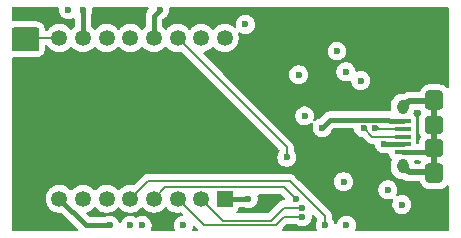
<source format=gbr>
%TF.GenerationSoftware,KiCad,Pcbnew,9.0.1*%
%TF.CreationDate,2025-05-26T16:43:25+02:00*%
%TF.ProjectId,Janus HW,4a616e75-7320-4485-972e-6b696361645f,rev?*%
%TF.SameCoordinates,Original*%
%TF.FileFunction,Copper,L4,Bot*%
%TF.FilePolarity,Positive*%
%FSLAX46Y46*%
G04 Gerber Fmt 4.6, Leading zero omitted, Abs format (unit mm)*
G04 Created by KiCad (PCBNEW 9.0.1) date 2025-05-26 16:43:25*
%MOMM*%
%LPD*%
G01*
G04 APERTURE LIST*
G04 Aperture macros list*
%AMRoundRect*
0 Rectangle with rounded corners*
0 $1 Rounding radius*
0 $2 $3 $4 $5 $6 $7 $8 $9 X,Y pos of 4 corners*
0 Add a 4 corners polygon primitive as box body*
4,1,4,$2,$3,$4,$5,$6,$7,$8,$9,$2,$3,0*
0 Add four circle primitives for the rounded corners*
1,1,$1+$1,$2,$3*
1,1,$1+$1,$4,$5*
1,1,$1+$1,$6,$7*
1,1,$1+$1,$8,$9*
0 Add four rect primitives between the rounded corners*
20,1,$1+$1,$2,$3,$4,$5,0*
20,1,$1+$1,$4,$5,$6,$7,0*
20,1,$1+$1,$6,$7,$8,$9,0*
20,1,$1+$1,$8,$9,$2,$3,0*%
G04 Aperture macros list end*
%TA.AperFunction,SMDPad,CuDef*%
%ADD10R,1.350000X1.350000*%
%TD*%
%TA.AperFunction,SMDPad,CuDef*%
%ADD11C,1.350000*%
%TD*%
%TA.AperFunction,SMDPad,CuDef*%
%ADD12RoundRect,0.100000X-0.575000X0.100000X-0.575000X-0.100000X0.575000X-0.100000X0.575000X0.100000X0*%
%TD*%
%TA.AperFunction,HeatsinkPad*%
%ADD13O,1.550000X0.890000*%
%TD*%
%TA.AperFunction,SMDPad,CuDef*%
%ADD14RoundRect,0.250000X-0.525000X0.475000X-0.525000X-0.475000X0.525000X-0.475000X0.525000X0.475000X0*%
%TD*%
%TA.AperFunction,HeatsinkPad*%
%ADD15O,0.950000X1.250000*%
%TD*%
%TA.AperFunction,SMDPad,CuDef*%
%ADD16RoundRect,0.250000X-0.525000X0.500000X-0.525000X-0.500000X0.525000X-0.500000X0.525000X0.500000X0*%
%TD*%
%TA.AperFunction,ViaPad*%
%ADD17C,0.600000*%
%TD*%
%TA.AperFunction,Conductor*%
%ADD18C,0.400000*%
%TD*%
%TA.AperFunction,Conductor*%
%ADD19C,0.200000*%
%TD*%
%TA.AperFunction,Conductor*%
%ADD20C,0.500000*%
%TD*%
G04 APERTURE END LIST*
D10*
%TO.P,U2,1,GND*%
%TO.N,GND*%
X184750000Y-72750000D03*
D11*
%TO.P,U2,2,MISO*%
%TO.N,SPI_MISO*%
X182750000Y-72750000D03*
%TO.P,U2,3,MOSI*%
%TO.N,SPI_MOSI*%
X180750000Y-72750000D03*
%TO.P,U2,4,SCK*%
%TO.N,SPI_SCK*%
X178750000Y-72750000D03*
%TO.P,U2,5,NSS*%
%TO.N,SPI_NSS*%
X176750000Y-72750000D03*
%TO.P,U2,6,RESET*%
%TO.N,unconnected-(U2-RESET-Pad6)*%
X174750000Y-72750000D03*
%TO.P,U2,7,DIO5*%
%TO.N,unconnected-(U2-DIO5-Pad7)*%
X172750000Y-72750000D03*
%TO.P,U2,8,GND*%
%TO.N,GND*%
X170750000Y-72750000D03*
%TO.P,U2,9,ANT*%
%TO.N,ANTFRM*%
X170750000Y-59150000D03*
%TO.P,U2,10,GND*%
%TO.N,GND*%
X172750000Y-59150000D03*
%TO.P,U2,11,DIO3*%
%TO.N,unconnected-(U2-DIO3-Pad11)*%
X174750000Y-59150000D03*
%TO.P,U2,12,DIO4*%
%TO.N,unconnected-(U2-DIO4-Pad12)*%
X176750000Y-59150000D03*
%TO.P,U2,13,3.3V*%
%TO.N,+3.3V*%
X178750000Y-59150000D03*
%TO.P,U2,14,DIO0*%
%TO.N,SPI_DIO0*%
X180750000Y-59150000D03*
%TO.P,U2,15,DIO1*%
%TO.N,unconnected-(U2-DIO1-Pad15)*%
X182750000Y-59150000D03*
%TO.P,U2,16,DIO2*%
%TO.N,unconnected-(U2-DIO2-Pad16)*%
X184750000Y-59150000D03*
%TD*%
D12*
%TO.P,J1,1,VBUS*%
%TO.N,+5V*%
X199800000Y-66200000D03*
%TO.P,J1,2,D-*%
%TO.N,Net-(J1-D-)*%
X199800000Y-66850000D03*
%TO.P,J1,3,D+*%
%TO.N,Net-(J1-D+)*%
X199800000Y-67500000D03*
%TO.P,J1,4,ID*%
%TO.N,+3.3V*%
X199800000Y-68150000D03*
%TO.P,J1,5,GND*%
%TO.N,GND*%
X199800000Y-68800000D03*
D13*
%TO.P,J1,6,Shield*%
X202500000Y-64000000D03*
D14*
X202500000Y-64475000D03*
D15*
X199800000Y-65000000D03*
D16*
X202500000Y-66500000D03*
X202500000Y-68500000D03*
D15*
X199800000Y-70000000D03*
D14*
X202500000Y-70525000D03*
D13*
X202500000Y-71000000D03*
%TD*%
D17*
%TO.N,+3.3V*%
X196250000Y-62750000D03*
%TO.N,GND*%
X195000000Y-62000000D03*
X194250000Y-60250000D03*
X191000000Y-62250000D03*
%TO.N,Net-(J1-D-)*%
X197500000Y-66750000D03*
%TO.N,Net-(J1-D+)*%
X196500000Y-66750000D03*
%TO.N,GND*%
X191508630Y-65743806D03*
%TO.N,+5V*%
X193000000Y-66750000D03*
%TO.N,GND*%
X199750000Y-73250000D03*
%TO.N,SPI_NSS*%
X193250000Y-75000000D03*
%TO.N,SPI_SCK*%
X190750000Y-72750000D03*
%TO.N,SPI_DIO0*%
X190000000Y-69250000D03*
%TO.N,+3.3V*%
X179250000Y-56750000D03*
%TO.N,GND*%
X194805000Y-71305000D03*
X194805000Y-71305000D03*
X181250000Y-75000000D03*
X175000000Y-75000000D03*
X186750000Y-72750000D03*
X186500000Y-58000000D03*
X172750000Y-56750000D03*
X171500000Y-56750000D03*
%TO.N,+3.3V*%
X177750000Y-75000000D03*
X176750000Y-75000000D03*
%TO.N,SPI_MISO*%
X191305000Y-73500000D03*
%TO.N,SPI_MOSI*%
X191305000Y-74300003D03*
%TO.N,+3.3V*%
X198555000Y-72000000D03*
X195055000Y-75000000D03*
X198250000Y-68100000D03*
%TD*%
D18*
%TO.N,GND*%
X172750000Y-56750000D02*
X172750000Y-59150000D01*
%TO.N,+5V*%
X198700000Y-66200000D02*
X199800000Y-66200000D01*
X198549000Y-66049000D02*
X198700000Y-66200000D01*
X193701000Y-66049000D02*
X198549000Y-66049000D01*
X193000000Y-66750000D02*
X193701000Y-66049000D01*
D19*
%TO.N,Net-(J1-D+)*%
X197250000Y-67500000D02*
X199800000Y-67500000D01*
X196500000Y-66750000D02*
X197250000Y-67500000D01*
%TO.N,Net-(J1-D-)*%
X197750000Y-66750000D02*
X197850000Y-66850000D01*
X197500000Y-66750000D02*
X197750000Y-66750000D01*
X197850000Y-66850000D02*
X199800000Y-66850000D01*
%TO.N,GND*%
X202500000Y-68500000D02*
X202200000Y-68800000D01*
D18*
X202200000Y-68800000D02*
X199800000Y-68800000D01*
D20*
X200325000Y-70525000D02*
X199800000Y-70000000D01*
X202500000Y-70525000D02*
X200325000Y-70525000D01*
X200325000Y-64475000D02*
X199800000Y-65000000D01*
X202500000Y-64475000D02*
X200325000Y-64475000D01*
X202500000Y-64475000D02*
X202500000Y-70525000D01*
D18*
%TO.N,+3.3V*%
X198300000Y-68150000D02*
X198250000Y-68100000D01*
X199800000Y-68150000D02*
X198300000Y-68150000D01*
%TO.N,GND*%
X186750000Y-72750000D02*
X184750000Y-72750000D01*
D19*
%TO.N,SPI_DIO0*%
X190000000Y-68400000D02*
X190000000Y-69250000D01*
X180750000Y-59150000D02*
X190000000Y-68400000D01*
%TO.N,SPI_NSS*%
X178250000Y-71250000D02*
X176750000Y-72750000D01*
X190250000Y-71250000D02*
X178250000Y-71250000D01*
X193250000Y-75000000D02*
X193250000Y-74250000D01*
X193250000Y-74250000D02*
X190250000Y-71250000D01*
%TO.N,SPI_SCK*%
X179726000Y-71774000D02*
X178750000Y-72750000D01*
X189774000Y-71774000D02*
X179726000Y-71774000D01*
X190750000Y-72750000D02*
X189774000Y-71774000D01*
%TO.N,SPI_MISO*%
X189750000Y-73500000D02*
X191305000Y-73500000D01*
X188649000Y-74601000D02*
X189750000Y-73500000D01*
%TO.N,SPI_MOSI*%
X189750000Y-74300003D02*
X191305000Y-74300003D01*
%TO.N,GND*%
X202750000Y-66500000D02*
X202450000Y-66800000D01*
%TO.N,ANTFRM*%
X170750000Y-59150000D02*
X168150000Y-59150000D01*
D18*
%TO.N,+3.3V*%
X178750000Y-57250000D02*
X178750000Y-59150000D01*
X179250000Y-56750000D02*
X178750000Y-57250000D01*
%TO.N,GND*%
X173000000Y-75000000D02*
X175000000Y-75000000D01*
X170750000Y-72750000D02*
X173000000Y-75000000D01*
D19*
%TO.N,SPI_MOSI*%
X183002000Y-75002000D02*
X180750000Y-72750000D01*
X189048003Y-75002000D02*
X183002000Y-75002000D01*
X189750000Y-74300003D02*
X189048003Y-75002000D01*
%TO.N,SPI_MISO*%
X188649000Y-74601000D02*
X184601000Y-74601000D01*
X184601000Y-74601000D02*
X182750000Y-72750000D01*
%TD*%
%TA.AperFunction,NonConductor*%
G36*
X178276519Y-56520185D02*
G01*
X178322274Y-56572989D01*
X178332218Y-56642147D01*
X178303193Y-56705703D01*
X178297161Y-56712181D01*
X178205888Y-56803453D01*
X178205887Y-56803454D01*
X178129222Y-56918192D01*
X178076421Y-57045667D01*
X178076418Y-57045677D01*
X178049500Y-57181004D01*
X178049500Y-58142764D01*
X178029815Y-58209803D01*
X178012493Y-58231128D01*
X178005885Y-58237632D01*
X177984213Y-58253379D01*
X177853379Y-58384213D01*
X177844296Y-58396713D01*
X177836993Y-58403904D01*
X177814864Y-58415763D01*
X177794981Y-58431094D01*
X177784597Y-58431985D01*
X177775410Y-58436909D01*
X177750382Y-58434921D01*
X177725367Y-58437069D01*
X177716147Y-58432203D01*
X177705759Y-58431379D01*
X177685780Y-58416177D01*
X177663574Y-58404459D01*
X177650406Y-58389263D01*
X177650155Y-58389072D01*
X177650092Y-58388901D01*
X177649686Y-58388432D01*
X177646621Y-58384213D01*
X177515787Y-58253379D01*
X177366096Y-58144622D01*
X177201235Y-58060620D01*
X177201232Y-58060619D01*
X177025265Y-58003445D01*
X176933889Y-57988972D01*
X176842514Y-57974500D01*
X176657486Y-57974500D01*
X176596569Y-57984148D01*
X176474734Y-58003445D01*
X176298767Y-58060619D01*
X176298764Y-58060620D01*
X176133903Y-58144622D01*
X176074543Y-58187750D01*
X175984213Y-58253379D01*
X175984211Y-58253381D01*
X175984210Y-58253381D01*
X175853381Y-58384210D01*
X175850314Y-58388432D01*
X175794981Y-58431094D01*
X175725367Y-58437069D01*
X175663574Y-58404459D01*
X175649686Y-58388432D01*
X175646621Y-58384213D01*
X175515787Y-58253379D01*
X175366096Y-58144622D01*
X175201235Y-58060620D01*
X175201232Y-58060619D01*
X175025265Y-58003445D01*
X174933889Y-57988972D01*
X174842514Y-57974500D01*
X174657486Y-57974500D01*
X174596569Y-57984148D01*
X174474734Y-58003445D01*
X174298767Y-58060619D01*
X174298764Y-58060620D01*
X174133903Y-58144622D01*
X174074543Y-58187750D01*
X173984213Y-58253379D01*
X173984211Y-58253381D01*
X173984210Y-58253381D01*
X173853381Y-58384210D01*
X173850314Y-58388432D01*
X173794981Y-58431094D01*
X173725367Y-58437069D01*
X173663574Y-58404459D01*
X173663007Y-58403904D01*
X173655703Y-58396713D01*
X173646621Y-58384213D01*
X173515787Y-58253379D01*
X173494114Y-58237632D01*
X173487507Y-58231128D01*
X173474849Y-58208372D01*
X173458948Y-58187750D01*
X173456689Y-58175724D01*
X173453544Y-58170069D01*
X173454071Y-58161782D01*
X173450500Y-58142764D01*
X173450500Y-57175316D01*
X173459939Y-57127864D01*
X173493983Y-57045672D01*
X173519737Y-56983497D01*
X173550500Y-56828842D01*
X173550500Y-56671158D01*
X173546031Y-56648690D01*
X173552260Y-56579099D01*
X173595123Y-56523922D01*
X173661013Y-56500678D01*
X173667649Y-56500500D01*
X178209480Y-56500500D01*
X178276519Y-56520185D01*
G37*
%TD.AperFunction*%
%TA.AperFunction,NonConductor*%
G36*
X170649390Y-56520185D02*
G01*
X170695145Y-56572989D01*
X170705089Y-56642147D01*
X170703969Y-56648690D01*
X170699500Y-56671158D01*
X170699500Y-56828846D01*
X170730261Y-56983489D01*
X170730264Y-56983501D01*
X170790602Y-57129172D01*
X170790609Y-57129185D01*
X170878210Y-57260288D01*
X170878213Y-57260292D01*
X170989707Y-57371786D01*
X170989711Y-57371789D01*
X171120814Y-57459390D01*
X171120827Y-57459397D01*
X171266498Y-57519735D01*
X171266503Y-57519737D01*
X171369161Y-57540157D01*
X171421153Y-57550499D01*
X171421156Y-57550500D01*
X171421158Y-57550500D01*
X171578844Y-57550500D01*
X171578845Y-57550499D01*
X171733497Y-57519737D01*
X171805987Y-57489711D01*
X171878048Y-57459863D01*
X171947517Y-57452394D01*
X172009996Y-57483669D01*
X172045648Y-57543759D01*
X172049500Y-57574424D01*
X172049500Y-58142764D01*
X172029815Y-58209803D01*
X172012493Y-58231128D01*
X172005885Y-58237632D01*
X171984213Y-58253379D01*
X171853379Y-58384213D01*
X171844296Y-58396713D01*
X171836993Y-58403904D01*
X171814864Y-58415763D01*
X171794981Y-58431094D01*
X171784597Y-58431985D01*
X171775410Y-58436909D01*
X171750382Y-58434921D01*
X171725367Y-58437069D01*
X171716147Y-58432203D01*
X171705759Y-58431379D01*
X171685780Y-58416177D01*
X171663574Y-58404459D01*
X171650406Y-58389263D01*
X171650155Y-58389072D01*
X171650092Y-58388901D01*
X171649686Y-58388432D01*
X171646621Y-58384213D01*
X171515787Y-58253379D01*
X171366096Y-58144622D01*
X171201235Y-58060620D01*
X171201232Y-58060619D01*
X171025265Y-58003445D01*
X170933889Y-57988972D01*
X170842514Y-57974500D01*
X170657486Y-57974500D01*
X170596569Y-57984148D01*
X170474734Y-58003445D01*
X170298767Y-58060619D01*
X170298764Y-58060620D01*
X170133903Y-58144622D01*
X170074543Y-58187750D01*
X169984213Y-58253379D01*
X169984211Y-58253381D01*
X169984210Y-58253381D01*
X169853381Y-58384210D01*
X169853376Y-58384216D01*
X169770428Y-58498385D01*
X169766096Y-58501725D01*
X169763823Y-58506703D01*
X169738720Y-58522835D01*
X169715098Y-58541051D01*
X169708426Y-58542303D01*
X169705045Y-58544477D01*
X169670110Y-58549500D01*
X169629500Y-58549500D01*
X169562461Y-58529815D01*
X169516706Y-58477011D01*
X169505500Y-58425500D01*
X169505500Y-58374010D01*
X169505499Y-58373989D01*
X169502569Y-58346741D01*
X169493947Y-58266544D01*
X169482741Y-58215033D01*
X169476989Y-58197750D01*
X169448616Y-58112502D01*
X169448613Y-58112496D01*
X169426984Y-58078841D01*
X169370825Y-57991457D01*
X169356132Y-57974500D01*
X169325076Y-57938659D01*
X169325072Y-57938656D01*
X169325070Y-57938653D01*
X169216336Y-57844433D01*
X169216333Y-57844431D01*
X169216331Y-57844430D01*
X169085465Y-57784664D01*
X169085460Y-57784662D01*
X169085459Y-57784662D01*
X169018420Y-57764977D01*
X169018422Y-57764977D01*
X169018417Y-57764976D01*
X168956354Y-57756053D01*
X168876000Y-57744500D01*
X166874500Y-57744500D01*
X166807461Y-57724815D01*
X166761706Y-57672011D01*
X166750500Y-57620500D01*
X166750500Y-56624500D01*
X166770185Y-56557461D01*
X166822989Y-56511706D01*
X166874500Y-56500500D01*
X170582351Y-56500500D01*
X170649390Y-56520185D01*
G37*
%TD.AperFunction*%
%TA.AperFunction,NonConductor*%
G36*
X201260981Y-65245185D02*
G01*
X201299481Y-65284404D01*
X201376889Y-65409904D01*
X201395329Y-65477296D01*
X201376889Y-65540096D01*
X201290189Y-65680659D01*
X201290186Y-65680666D01*
X201235001Y-65847203D01*
X201235001Y-65847204D01*
X201235000Y-65847204D01*
X201224500Y-65949983D01*
X201224500Y-67050001D01*
X201224501Y-67050019D01*
X201235000Y-67152796D01*
X201235001Y-67152799D01*
X201290185Y-67319331D01*
X201290189Y-67319340D01*
X201361469Y-67434904D01*
X201379909Y-67502296D01*
X201361469Y-67565096D01*
X201290189Y-67680659D01*
X201290186Y-67680666D01*
X201235001Y-67847203D01*
X201235001Y-67847204D01*
X201235000Y-67847204D01*
X201224500Y-67949983D01*
X201224500Y-67975500D01*
X201221949Y-67984185D01*
X201223238Y-67993147D01*
X201212259Y-68017187D01*
X201204815Y-68042539D01*
X201197974Y-68048466D01*
X201194213Y-68056703D01*
X201171978Y-68070992D01*
X201152011Y-68088294D01*
X201141496Y-68090581D01*
X201135435Y-68094477D01*
X201100500Y-68099500D01*
X201095943Y-68099500D01*
X201028904Y-68079815D01*
X200983149Y-68027011D01*
X200973004Y-67991685D01*
X200967514Y-67949983D01*
X200960044Y-67893238D01*
X200951434Y-67872454D01*
X200943965Y-67802986D01*
X200951435Y-67777545D01*
X200960044Y-67756762D01*
X200975500Y-67639361D01*
X200975499Y-67360640D01*
X200960044Y-67243238D01*
X200951434Y-67222454D01*
X200943965Y-67152986D01*
X200951435Y-67127545D01*
X200960044Y-67106762D01*
X200975500Y-66989361D01*
X200975499Y-66710640D01*
X200960044Y-66593238D01*
X200951434Y-66572454D01*
X200943965Y-66502986D01*
X200951435Y-66477545D01*
X200960044Y-66456762D01*
X200975500Y-66339361D01*
X200975499Y-66060640D01*
X200975499Y-66060636D01*
X200960046Y-65943246D01*
X200960044Y-65943241D01*
X200960044Y-65943238D01*
X200899536Y-65797159D01*
X200803282Y-65671718D01*
X200785604Y-65658153D01*
X200754692Y-65634433D01*
X200742692Y-65617999D01*
X200727077Y-65604949D01*
X200722507Y-65590354D01*
X200713490Y-65578005D01*
X200712279Y-65557692D01*
X200706199Y-65538272D01*
X200709945Y-65518513D01*
X200709335Y-65508259D01*
X200710597Y-65503253D01*
X200712648Y-65495775D01*
X200738012Y-65434543D01*
X200760602Y-65320972D01*
X200761776Y-65316695D01*
X200777902Y-65290588D01*
X200792126Y-65263397D01*
X200796095Y-65261136D01*
X200798495Y-65257252D01*
X200826168Y-65244012D01*
X200852842Y-65228823D01*
X200859549Y-65228041D01*
X200861523Y-65227097D01*
X200864473Y-65227467D01*
X200881358Y-65225500D01*
X201193942Y-65225500D01*
X201260981Y-65245185D01*
G37*
%TD.AperFunction*%
%TA.AperFunction,NonConductor*%
G36*
X201277018Y-69520185D02*
G01*
X201322773Y-69572989D01*
X201332717Y-69642147D01*
X201315518Y-69689594D01*
X201299481Y-69715597D01*
X201247533Y-69762322D01*
X201193942Y-69774500D01*
X200881358Y-69774500D01*
X200850902Y-69765557D01*
X200819999Y-69758255D01*
X200817612Y-69755782D01*
X200814319Y-69754815D01*
X200793537Y-69730832D01*
X200771483Y-69707976D01*
X200769938Y-69703596D01*
X200768564Y-69702011D01*
X200759741Y-69674692D01*
X200754569Y-69648692D01*
X200760796Y-69579101D01*
X200803658Y-69523923D01*
X200869548Y-69500678D01*
X200876186Y-69500500D01*
X201209979Y-69500500D01*
X201277018Y-69520185D01*
G37*
%TD.AperFunction*%
%TA.AperFunction,NonConductor*%
G36*
X189540942Y-72394185D02*
G01*
X189561584Y-72410819D01*
X189838584Y-72687819D01*
X189872069Y-72749142D01*
X189867085Y-72818834D01*
X189825213Y-72874767D01*
X189759749Y-72899184D01*
X189750903Y-72899500D01*
X189670943Y-72899500D01*
X189518215Y-72940423D01*
X189518214Y-72940423D01*
X189518212Y-72940424D01*
X189518209Y-72940425D01*
X189468096Y-72969359D01*
X189468095Y-72969360D01*
X189443623Y-72983489D01*
X189381285Y-73019479D01*
X189381282Y-73019481D01*
X189271592Y-73129172D01*
X189269480Y-73131284D01*
X189269478Y-73131286D01*
X188850265Y-73550500D01*
X188436584Y-73964181D01*
X188375261Y-73997666D01*
X188348903Y-74000500D01*
X185863953Y-74000500D01*
X185796914Y-73980815D01*
X185751159Y-73928011D01*
X185741215Y-73858853D01*
X185770240Y-73795297D01*
X185776892Y-73789434D01*
X185776275Y-73788817D01*
X185782542Y-73782548D01*
X185782546Y-73782546D01*
X185868796Y-73667331D01*
X185912371Y-73550500D01*
X185919582Y-73531167D01*
X185961453Y-73475233D01*
X186026917Y-73450816D01*
X186035764Y-73450500D01*
X186324684Y-73450500D01*
X186372136Y-73459939D01*
X186516498Y-73519735D01*
X186516503Y-73519737D01*
X186671153Y-73550499D01*
X186671156Y-73550500D01*
X186671158Y-73550500D01*
X186828844Y-73550500D01*
X186828845Y-73550499D01*
X186983497Y-73519737D01*
X187129179Y-73459394D01*
X187260289Y-73371789D01*
X187371789Y-73260289D01*
X187459394Y-73129179D01*
X187519737Y-72983497D01*
X187550500Y-72828842D01*
X187550500Y-72671158D01*
X187550500Y-72671155D01*
X187520968Y-72522692D01*
X187527195Y-72453100D01*
X187570058Y-72397923D01*
X187635947Y-72374678D01*
X187642585Y-72374500D01*
X189473903Y-72374500D01*
X189540942Y-72394185D01*
G37*
%TD.AperFunction*%
%TA.AperFunction,NonConductor*%
G36*
X192310703Y-74160384D02*
G01*
X192317181Y-74166416D01*
X192561165Y-74410400D01*
X192594650Y-74471723D01*
X192589666Y-74541415D01*
X192576586Y-74566972D01*
X192540609Y-74620814D01*
X192540602Y-74620827D01*
X192480264Y-74766498D01*
X192480261Y-74766510D01*
X192449500Y-74921153D01*
X192449500Y-75078846D01*
X192480261Y-75233489D01*
X192480263Y-75233497D01*
X192519427Y-75328047D01*
X192526896Y-75397517D01*
X192495621Y-75459996D01*
X192435532Y-75495648D01*
X192404866Y-75499500D01*
X189699099Y-75499500D01*
X189632060Y-75479815D01*
X189586305Y-75427011D01*
X189576361Y-75357853D01*
X189605386Y-75294297D01*
X189611418Y-75287819D01*
X189665741Y-75233497D01*
X189962417Y-74936822D01*
X190023740Y-74903337D01*
X190050098Y-74900503D01*
X190725234Y-74900503D01*
X190792273Y-74920188D01*
X190794125Y-74921401D01*
X190925814Y-75009393D01*
X190925827Y-75009400D01*
X191070834Y-75069463D01*
X191071503Y-75069740D01*
X191190902Y-75093490D01*
X191226153Y-75100502D01*
X191226156Y-75100503D01*
X191226158Y-75100503D01*
X191383844Y-75100503D01*
X191383845Y-75100502D01*
X191538497Y-75069740D01*
X191684179Y-75009397D01*
X191815289Y-74921792D01*
X191926789Y-74810292D01*
X192014394Y-74679182D01*
X192074737Y-74533500D01*
X192105500Y-74378845D01*
X192105500Y-74254097D01*
X192125185Y-74187058D01*
X192177989Y-74141303D01*
X192247147Y-74131359D01*
X192310703Y-74160384D01*
G37*
%TD.AperFunction*%
%TA.AperFunction,NonConductor*%
G36*
X182169476Y-75062714D02*
G01*
X182197826Y-75064234D01*
X182204608Y-75068508D01*
X182210400Y-75069463D01*
X182220263Y-75078372D01*
X182244255Y-75093490D01*
X182438584Y-75287819D01*
X182472069Y-75349142D01*
X182467085Y-75418834D01*
X182425213Y-75474767D01*
X182359749Y-75499184D01*
X182350903Y-75499500D01*
X182095134Y-75499500D01*
X182068598Y-75491708D01*
X182041308Y-75487208D01*
X182035545Y-75482002D01*
X182028095Y-75479815D01*
X182009985Y-75458916D01*
X181989458Y-75440374D01*
X181987423Y-75432878D01*
X181982340Y-75427011D01*
X181978404Y-75399639D01*
X181971160Y-75372943D01*
X181973180Y-75363307D01*
X181972396Y-75357853D01*
X181976903Y-75338119D01*
X181978520Y-75333003D01*
X182019737Y-75233497D01*
X182036288Y-75150289D01*
X182038343Y-75143790D01*
X182054179Y-75120231D01*
X182067341Y-75095069D01*
X182073420Y-75091607D01*
X182077321Y-75085804D01*
X182103382Y-75074545D01*
X182128056Y-75060495D01*
X182135039Y-75060869D01*
X182141461Y-75058095D01*
X182169476Y-75062714D01*
G37*
%TD.AperFunction*%
%TA.AperFunction,NonConductor*%
G36*
X179836415Y-73495529D02*
G01*
X179850315Y-73511570D01*
X179853379Y-73515787D01*
X179984213Y-73646621D01*
X180133904Y-73755378D01*
X180187224Y-73782546D01*
X180298764Y-73839379D01*
X180298767Y-73839380D01*
X180358700Y-73858853D01*
X180474736Y-73896555D01*
X180657486Y-73925500D01*
X180657487Y-73925500D01*
X180842513Y-73925500D01*
X180842514Y-73925500D01*
X180981901Y-73903423D01*
X180987326Y-73904124D01*
X180992453Y-73902212D01*
X181021609Y-73908554D01*
X181051194Y-73912378D01*
X181056797Y-73916209D01*
X181060726Y-73917064D01*
X181088980Y-73938215D01*
X181156509Y-74005744D01*
X181189994Y-74067067D01*
X181185010Y-74136759D01*
X181143138Y-74192692D01*
X181093020Y-74215042D01*
X181016508Y-74230261D01*
X181016498Y-74230264D01*
X180870827Y-74290602D01*
X180870814Y-74290609D01*
X180739711Y-74378210D01*
X180739707Y-74378213D01*
X180628213Y-74489707D01*
X180628210Y-74489711D01*
X180540609Y-74620814D01*
X180540602Y-74620827D01*
X180480264Y-74766498D01*
X180480261Y-74766510D01*
X180449500Y-74921153D01*
X180449500Y-75078846D01*
X180480261Y-75233489D01*
X180480263Y-75233497D01*
X180519427Y-75328047D01*
X180526896Y-75397517D01*
X180495621Y-75459996D01*
X180435532Y-75495648D01*
X180404866Y-75499500D01*
X178595134Y-75499500D01*
X178528095Y-75479815D01*
X178482340Y-75427011D01*
X178472396Y-75357853D01*
X178480573Y-75328047D01*
X178519737Y-75233497D01*
X178550500Y-75078842D01*
X178550500Y-74921158D01*
X178550500Y-74921155D01*
X178550499Y-74921153D01*
X178541202Y-74874413D01*
X178519737Y-74766503D01*
X178513774Y-74752107D01*
X178459397Y-74620827D01*
X178459390Y-74620814D01*
X178371789Y-74489711D01*
X178371786Y-74489707D01*
X178260292Y-74378213D01*
X178260288Y-74378210D01*
X178129185Y-74290609D01*
X178129172Y-74290602D01*
X177983501Y-74230264D01*
X177983489Y-74230261D01*
X177828845Y-74199500D01*
X177828842Y-74199500D01*
X177671158Y-74199500D01*
X177671155Y-74199500D01*
X177516510Y-74230261D01*
X177516498Y-74230264D01*
X177370827Y-74290602D01*
X177370814Y-74290609D01*
X177318891Y-74325304D01*
X177252214Y-74346182D01*
X177184833Y-74327698D01*
X177181109Y-74325304D01*
X177129185Y-74290609D01*
X177129172Y-74290602D01*
X176983501Y-74230264D01*
X176983489Y-74230261D01*
X176828845Y-74199500D01*
X176828842Y-74199500D01*
X176671158Y-74199500D01*
X176671155Y-74199500D01*
X176516510Y-74230261D01*
X176516498Y-74230264D01*
X176370827Y-74290602D01*
X176370814Y-74290609D01*
X176239711Y-74378210D01*
X176239707Y-74378213D01*
X176128213Y-74489707D01*
X176128210Y-74489711D01*
X176040609Y-74620814D01*
X176040602Y-74620827D01*
X175989561Y-74744054D01*
X175945720Y-74798458D01*
X175879426Y-74820523D01*
X175811727Y-74803244D01*
X175764116Y-74752107D01*
X175760439Y-74744054D01*
X175709397Y-74620827D01*
X175709390Y-74620814D01*
X175621789Y-74489711D01*
X175621786Y-74489707D01*
X175510292Y-74378213D01*
X175510288Y-74378210D01*
X175379185Y-74290609D01*
X175379172Y-74290602D01*
X175233501Y-74230264D01*
X175233489Y-74230261D01*
X175078845Y-74199500D01*
X175078842Y-74199500D01*
X174921158Y-74199500D01*
X174921155Y-74199500D01*
X174766510Y-74230261D01*
X174766498Y-74230264D01*
X174622136Y-74290061D01*
X174574684Y-74299500D01*
X173341519Y-74299500D01*
X173274480Y-74279815D01*
X173253838Y-74263181D01*
X173064150Y-74073493D01*
X173030665Y-74012170D01*
X173035649Y-73942478D01*
X173077521Y-73886545D01*
X173113514Y-73867881D01*
X173201229Y-73839381D01*
X173201235Y-73839379D01*
X173366096Y-73755378D01*
X173515787Y-73646621D01*
X173646621Y-73515787D01*
X173649680Y-73511576D01*
X173705006Y-73468909D01*
X173774619Y-73462926D01*
X173836415Y-73495529D01*
X173850315Y-73511570D01*
X173853379Y-73515787D01*
X173984213Y-73646621D01*
X174133904Y-73755378D01*
X174187224Y-73782546D01*
X174298764Y-73839379D01*
X174298767Y-73839380D01*
X174358700Y-73858853D01*
X174474736Y-73896555D01*
X174657486Y-73925500D01*
X174657487Y-73925500D01*
X174842513Y-73925500D01*
X174842514Y-73925500D01*
X175025264Y-73896555D01*
X175201235Y-73839379D01*
X175366096Y-73755378D01*
X175515787Y-73646621D01*
X175646621Y-73515787D01*
X175649680Y-73511576D01*
X175705006Y-73468909D01*
X175774619Y-73462926D01*
X175836415Y-73495529D01*
X175850315Y-73511570D01*
X175853379Y-73515787D01*
X175984213Y-73646621D01*
X176133904Y-73755378D01*
X176187224Y-73782546D01*
X176298764Y-73839379D01*
X176298767Y-73839380D01*
X176358700Y-73858853D01*
X176474736Y-73896555D01*
X176657486Y-73925500D01*
X176657487Y-73925500D01*
X176842513Y-73925500D01*
X176842514Y-73925500D01*
X177025264Y-73896555D01*
X177201235Y-73839379D01*
X177366096Y-73755378D01*
X177515787Y-73646621D01*
X177646621Y-73515787D01*
X177649680Y-73511576D01*
X177705006Y-73468909D01*
X177774619Y-73462926D01*
X177836415Y-73495529D01*
X177850315Y-73511570D01*
X177853379Y-73515787D01*
X177984213Y-73646621D01*
X178133904Y-73755378D01*
X178187224Y-73782546D01*
X178298764Y-73839379D01*
X178298767Y-73839380D01*
X178358700Y-73858853D01*
X178474736Y-73896555D01*
X178657486Y-73925500D01*
X178657487Y-73925500D01*
X178842513Y-73925500D01*
X178842514Y-73925500D01*
X179025264Y-73896555D01*
X179201235Y-73839379D01*
X179366096Y-73755378D01*
X179515787Y-73646621D01*
X179646621Y-73515787D01*
X179649680Y-73511576D01*
X179705006Y-73468909D01*
X179774619Y-73462926D01*
X179836415Y-73495529D01*
G37*
%TD.AperFunction*%
%TA.AperFunction,NonConductor*%
G36*
X203692539Y-56520185D02*
G01*
X203738294Y-56572989D01*
X203749500Y-56624500D01*
X203749500Y-63282998D01*
X203729815Y-63350037D01*
X203677011Y-63395792D01*
X203607853Y-63405736D01*
X203544297Y-63376711D01*
X203537819Y-63370679D01*
X203432724Y-63265584D01*
X203432716Y-63265578D01*
X203277864Y-63162109D01*
X203105792Y-63090835D01*
X203105784Y-63090833D01*
X202923127Y-63054500D01*
X202923124Y-63054500D01*
X202076876Y-63054500D01*
X202076873Y-63054500D01*
X201894215Y-63090833D01*
X201894207Y-63090835D01*
X201722136Y-63162109D01*
X201722135Y-63162109D01*
X201567283Y-63265578D01*
X201567275Y-63265584D01*
X201435584Y-63397275D01*
X201435578Y-63397283D01*
X201332109Y-63552135D01*
X201292421Y-63647953D01*
X201248580Y-63702356D01*
X201182286Y-63724421D01*
X201177860Y-63724500D01*
X200251080Y-63724500D01*
X200106092Y-63753340D01*
X200106082Y-63753343D01*
X199969511Y-63809912D01*
X199969499Y-63809919D01*
X199913701Y-63847202D01*
X199913700Y-63847204D01*
X199904123Y-63853603D01*
X199837445Y-63874480D01*
X199835233Y-63874500D01*
X199703919Y-63874500D01*
X199515464Y-63911986D01*
X199515452Y-63911989D01*
X199337931Y-63985520D01*
X199337929Y-63985521D01*
X199178155Y-64092279D01*
X199178151Y-64092282D01*
X199042282Y-64228151D01*
X199042279Y-64228155D01*
X198935521Y-64387929D01*
X198935520Y-64387931D01*
X198861989Y-64565452D01*
X198861986Y-64565464D01*
X198824500Y-64753917D01*
X198824500Y-65238482D01*
X198804815Y-65305521D01*
X198752011Y-65351276D01*
X198682853Y-65361220D01*
X198676309Y-65360099D01*
X198617997Y-65348500D01*
X198617994Y-65348500D01*
X198617993Y-65348500D01*
X193769994Y-65348500D01*
X193632006Y-65348500D01*
X193632004Y-65348500D01*
X193496677Y-65375418D01*
X193496667Y-65375421D01*
X193369192Y-65428222D01*
X193254454Y-65504887D01*
X192805412Y-65953929D01*
X192765184Y-65980809D01*
X192620823Y-66040604D01*
X192620814Y-66040609D01*
X192489711Y-66128210D01*
X192463018Y-66154903D01*
X192401694Y-66188387D01*
X192332003Y-66183401D01*
X192276070Y-66141529D01*
X192251654Y-66076064D01*
X192260776Y-66019771D01*
X192278367Y-65977303D01*
X192309130Y-65822648D01*
X192309130Y-65664964D01*
X192309130Y-65664961D01*
X192309129Y-65664959D01*
X192294289Y-65590354D01*
X192278367Y-65510309D01*
X192240612Y-65419160D01*
X192218027Y-65364633D01*
X192218020Y-65364620D01*
X192130419Y-65233517D01*
X192130416Y-65233513D01*
X192018922Y-65122019D01*
X192018918Y-65122016D01*
X191887815Y-65034415D01*
X191887802Y-65034408D01*
X191742131Y-64974070D01*
X191742119Y-64974067D01*
X191587475Y-64943306D01*
X191587472Y-64943306D01*
X191429788Y-64943306D01*
X191429785Y-64943306D01*
X191275140Y-64974067D01*
X191275128Y-64974070D01*
X191129457Y-65034408D01*
X191129444Y-65034415D01*
X190998341Y-65122016D01*
X190998337Y-65122019D01*
X190886843Y-65233513D01*
X190886840Y-65233517D01*
X190799239Y-65364620D01*
X190799232Y-65364633D01*
X190738894Y-65510304D01*
X190738891Y-65510316D01*
X190708130Y-65664959D01*
X190708130Y-65822652D01*
X190738891Y-65977295D01*
X190738894Y-65977307D01*
X190799232Y-66122978D01*
X190799239Y-66122991D01*
X190886840Y-66254094D01*
X190886843Y-66254098D01*
X190998337Y-66365592D01*
X190998341Y-66365595D01*
X191129444Y-66453196D01*
X191129457Y-66453203D01*
X191188225Y-66477545D01*
X191275133Y-66513543D01*
X191429783Y-66544305D01*
X191429786Y-66544306D01*
X191429788Y-66544306D01*
X191587474Y-66544306D01*
X191587475Y-66544305D01*
X191742127Y-66513543D01*
X191887809Y-66453200D01*
X192018919Y-66365595D01*
X192045610Y-66338903D01*
X192106931Y-66305419D01*
X192176623Y-66310403D01*
X192232557Y-66352273D01*
X192256975Y-66417737D01*
X192247853Y-66474036D01*
X192230263Y-66516503D01*
X192230261Y-66516510D01*
X192199500Y-66671153D01*
X192199500Y-66828846D01*
X192230261Y-66983489D01*
X192230264Y-66983501D01*
X192290602Y-67129172D01*
X192290609Y-67129185D01*
X192378210Y-67260288D01*
X192378213Y-67260292D01*
X192489707Y-67371786D01*
X192489711Y-67371789D01*
X192620814Y-67459390D01*
X192620827Y-67459397D01*
X192718853Y-67500000D01*
X192766503Y-67519737D01*
X192921153Y-67550499D01*
X192921156Y-67550500D01*
X192921158Y-67550500D01*
X193078844Y-67550500D01*
X193078845Y-67550499D01*
X193233497Y-67519737D01*
X193379179Y-67459394D01*
X193510289Y-67371789D01*
X193621789Y-67260289D01*
X193709394Y-67129179D01*
X193709395Y-67129176D01*
X193709397Y-67129173D01*
X193769192Y-66984812D01*
X193773823Y-66977879D01*
X193774921Y-66972836D01*
X193796065Y-66944590D01*
X193954839Y-66785816D01*
X194016162Y-66752334D01*
X194042519Y-66749500D01*
X195581954Y-66749500D01*
X195648993Y-66769185D01*
X195694748Y-66821989D01*
X195703571Y-66849309D01*
X195730261Y-66983489D01*
X195730264Y-66983501D01*
X195790602Y-67129172D01*
X195790609Y-67129185D01*
X195878210Y-67260288D01*
X195878213Y-67260292D01*
X195989707Y-67371786D01*
X195989711Y-67371789D01*
X196120814Y-67459390D01*
X196120827Y-67459397D01*
X196218853Y-67500000D01*
X196266503Y-67519737D01*
X196324855Y-67531344D01*
X196421849Y-67550638D01*
X196483760Y-67583023D01*
X196485339Y-67584574D01*
X196765139Y-67864374D01*
X196765149Y-67864385D01*
X196769479Y-67868715D01*
X196769480Y-67868716D01*
X196881284Y-67980520D01*
X196948767Y-68019481D01*
X197018215Y-68059577D01*
X197170943Y-68100500D01*
X197329057Y-68100500D01*
X197332152Y-68100500D01*
X197399191Y-68120185D01*
X197444946Y-68172989D01*
X197453769Y-68200308D01*
X197480261Y-68333491D01*
X197480264Y-68333501D01*
X197540602Y-68479172D01*
X197540609Y-68479185D01*
X197628210Y-68610288D01*
X197628213Y-68610292D01*
X197739707Y-68721786D01*
X197739711Y-68721789D01*
X197870814Y-68809390D01*
X197870827Y-68809397D01*
X197970060Y-68850500D01*
X198016503Y-68869737D01*
X198171153Y-68900499D01*
X198171156Y-68900500D01*
X198171158Y-68900500D01*
X198328844Y-68900500D01*
X198478047Y-68870821D01*
X198482119Y-68870011D01*
X198551711Y-68876238D01*
X198606888Y-68919101D01*
X198629250Y-68975444D01*
X198639954Y-69056753D01*
X198639956Y-69056762D01*
X198700464Y-69202841D01*
X198796718Y-69328282D01*
X198824917Y-69349920D01*
X198845307Y-69365566D01*
X198886509Y-69421994D01*
X198890664Y-69491740D01*
X198884382Y-69511392D01*
X198861987Y-69565460D01*
X198861985Y-69565464D01*
X198824500Y-69753917D01*
X198824500Y-70246082D01*
X198861986Y-70434535D01*
X198861989Y-70434547D01*
X198935520Y-70612068D01*
X198935521Y-70612070D01*
X199042279Y-70771844D01*
X199042282Y-70771848D01*
X199178151Y-70907717D01*
X199178155Y-70907720D01*
X199337927Y-71014477D01*
X199337928Y-71014477D01*
X199337929Y-71014478D01*
X199337931Y-71014479D01*
X199475617Y-71071510D01*
X199515457Y-71088012D01*
X199703917Y-71125499D01*
X199703920Y-71125500D01*
X199703922Y-71125500D01*
X199835233Y-71125500D01*
X199902272Y-71145185D01*
X199904124Y-71146398D01*
X199969498Y-71190080D01*
X199969511Y-71190087D01*
X200066508Y-71230264D01*
X200106087Y-71246658D01*
X200106091Y-71246658D01*
X200106092Y-71246659D01*
X200251079Y-71275500D01*
X200251082Y-71275500D01*
X200251083Y-71275500D01*
X200398917Y-71275500D01*
X201177860Y-71275500D01*
X201244899Y-71295185D01*
X201290654Y-71347989D01*
X201292421Y-71352047D01*
X201332109Y-71447864D01*
X201435578Y-71602716D01*
X201435584Y-71602724D01*
X201567275Y-71734415D01*
X201567283Y-71734421D01*
X201722135Y-71837890D01*
X201759529Y-71853379D01*
X201894208Y-71909165D01*
X202076871Y-71945499D01*
X202076874Y-71945500D01*
X202076876Y-71945500D01*
X202923126Y-71945500D01*
X202923127Y-71945499D01*
X203105792Y-71909165D01*
X203277862Y-71837891D01*
X203277863Y-71837890D01*
X203277864Y-71837890D01*
X203384702Y-71766503D01*
X203432721Y-71734418D01*
X203482967Y-71684172D01*
X203537819Y-71629321D01*
X203599142Y-71595836D01*
X203668834Y-71600820D01*
X203724767Y-71642692D01*
X203749184Y-71708156D01*
X203749500Y-71717002D01*
X203749500Y-75375500D01*
X203729815Y-75442539D01*
X203677011Y-75488294D01*
X203625500Y-75499500D01*
X195900134Y-75499500D01*
X195833095Y-75479815D01*
X195787340Y-75427011D01*
X195777396Y-75357853D01*
X195785573Y-75328047D01*
X195824737Y-75233497D01*
X195855500Y-75078842D01*
X195855500Y-74921158D01*
X195855500Y-74921155D01*
X195855499Y-74921153D01*
X195846202Y-74874413D01*
X195824737Y-74766503D01*
X195818774Y-74752107D01*
X195764397Y-74620827D01*
X195764390Y-74620814D01*
X195676789Y-74489711D01*
X195676786Y-74489707D01*
X195565292Y-74378213D01*
X195565288Y-74378210D01*
X195434185Y-74290609D01*
X195434172Y-74290602D01*
X195288501Y-74230264D01*
X195288489Y-74230261D01*
X195133845Y-74199500D01*
X195133842Y-74199500D01*
X194976158Y-74199500D01*
X194976155Y-74199500D01*
X194821510Y-74230261D01*
X194821498Y-74230264D01*
X194675827Y-74290602D01*
X194675814Y-74290609D01*
X194544711Y-74378210D01*
X194544707Y-74378213D01*
X194433213Y-74489707D01*
X194433210Y-74489711D01*
X194345609Y-74620814D01*
X194345602Y-74620827D01*
X194285264Y-74766498D01*
X194285261Y-74766508D01*
X194274117Y-74822535D01*
X194241732Y-74884446D01*
X194181016Y-74919020D01*
X194111247Y-74915280D01*
X194054575Y-74874413D01*
X194030883Y-74822535D01*
X194019738Y-74766508D01*
X194019737Y-74766507D01*
X194019737Y-74766503D01*
X194013774Y-74752107D01*
X193959397Y-74620827D01*
X193959390Y-74620814D01*
X193871398Y-74489125D01*
X193865747Y-74471078D01*
X193855523Y-74455169D01*
X193851071Y-74424207D01*
X193850520Y-74422447D01*
X193850500Y-74420234D01*
X193850500Y-74339060D01*
X193850501Y-74339047D01*
X193850501Y-74170944D01*
X193849288Y-74166416D01*
X193809577Y-74018216D01*
X193775618Y-73959397D01*
X193730524Y-73881290D01*
X193730518Y-73881282D01*
X192471022Y-72621786D01*
X191075388Y-71226153D01*
X194004500Y-71226153D01*
X194004500Y-71383846D01*
X194035261Y-71538489D01*
X194035264Y-71538501D01*
X194095602Y-71684172D01*
X194095609Y-71684185D01*
X194183210Y-71815288D01*
X194183213Y-71815292D01*
X194294707Y-71926786D01*
X194294711Y-71926789D01*
X194425814Y-72014390D01*
X194425827Y-72014397D01*
X194571498Y-72074735D01*
X194571503Y-72074737D01*
X194726153Y-72105499D01*
X194726156Y-72105500D01*
X194726158Y-72105500D01*
X194883844Y-72105500D01*
X194883845Y-72105499D01*
X195038497Y-72074737D01*
X195184179Y-72014394D01*
X195315289Y-71926789D01*
X195320925Y-71921153D01*
X197754500Y-71921153D01*
X197754500Y-72078846D01*
X197785261Y-72233489D01*
X197785264Y-72233501D01*
X197845602Y-72379172D01*
X197845609Y-72379185D01*
X197933210Y-72510288D01*
X197933213Y-72510292D01*
X198044707Y-72621786D01*
X198044711Y-72621789D01*
X198175814Y-72709390D01*
X198175827Y-72709397D01*
X198300685Y-72761114D01*
X198321503Y-72769737D01*
X198467285Y-72798735D01*
X198476153Y-72800499D01*
X198476156Y-72800500D01*
X198476158Y-72800500D01*
X198633844Y-72800500D01*
X198633845Y-72800499D01*
X198788497Y-72769737D01*
X198866788Y-72737307D01*
X198936255Y-72729839D01*
X198998734Y-72761114D01*
X199034387Y-72821202D01*
X199031894Y-72891028D01*
X199028800Y-72899321D01*
X198980264Y-73016498D01*
X198980261Y-73016510D01*
X198949500Y-73171153D01*
X198949500Y-73328846D01*
X198980261Y-73483489D01*
X198980264Y-73483501D01*
X199040602Y-73629172D01*
X199040609Y-73629185D01*
X199128210Y-73760288D01*
X199128213Y-73760292D01*
X199239707Y-73871786D01*
X199239711Y-73871789D01*
X199370814Y-73959390D01*
X199370827Y-73959397D01*
X199512814Y-74018209D01*
X199516503Y-74019737D01*
X199671153Y-74050499D01*
X199671156Y-74050500D01*
X199671158Y-74050500D01*
X199828844Y-74050500D01*
X199828845Y-74050499D01*
X199983497Y-74019737D01*
X200129179Y-73959394D01*
X200260289Y-73871789D01*
X200371789Y-73760289D01*
X200459394Y-73629179D01*
X200519737Y-73483497D01*
X200550500Y-73328842D01*
X200550500Y-73171158D01*
X200550500Y-73171155D01*
X200550499Y-73171153D01*
X200542569Y-73131286D01*
X200519737Y-73016503D01*
X200506062Y-72983489D01*
X200459397Y-72870827D01*
X200459390Y-72870814D01*
X200371789Y-72739711D01*
X200371786Y-72739707D01*
X200260292Y-72628213D01*
X200260288Y-72628210D01*
X200129185Y-72540609D01*
X200129172Y-72540602D01*
X199983501Y-72480264D01*
X199983489Y-72480261D01*
X199828845Y-72449500D01*
X199828842Y-72449500D01*
X199671158Y-72449500D01*
X199671155Y-72449500D01*
X199516510Y-72480261D01*
X199516507Y-72480262D01*
X199516506Y-72480262D01*
X199516503Y-72480263D01*
X199444006Y-72510292D01*
X199438212Y-72512692D01*
X199368742Y-72520160D01*
X199306263Y-72488884D01*
X199270611Y-72428795D01*
X199273106Y-72358970D01*
X199276191Y-72350697D01*
X199324737Y-72233497D01*
X199355500Y-72078842D01*
X199355500Y-71921158D01*
X199355500Y-71921155D01*
X199355499Y-71921153D01*
X199324738Y-71766510D01*
X199324737Y-71766503D01*
X199280880Y-71660621D01*
X199264397Y-71620827D01*
X199264390Y-71620814D01*
X199176789Y-71489711D01*
X199176786Y-71489707D01*
X199065292Y-71378213D01*
X199065288Y-71378210D01*
X198934185Y-71290609D01*
X198934172Y-71290602D01*
X198788501Y-71230264D01*
X198788489Y-71230261D01*
X198633845Y-71199500D01*
X198633842Y-71199500D01*
X198476158Y-71199500D01*
X198476155Y-71199500D01*
X198321510Y-71230261D01*
X198321498Y-71230264D01*
X198175827Y-71290602D01*
X198175814Y-71290609D01*
X198044711Y-71378210D01*
X198044707Y-71378213D01*
X197933213Y-71489707D01*
X197933210Y-71489711D01*
X197845609Y-71620814D01*
X197845602Y-71620827D01*
X197785264Y-71766498D01*
X197785261Y-71766510D01*
X197754500Y-71921153D01*
X195320925Y-71921153D01*
X195332914Y-71909164D01*
X195414694Y-71827385D01*
X195426786Y-71815292D01*
X195426789Y-71815289D01*
X195514394Y-71684179D01*
X195574737Y-71538497D01*
X195605500Y-71383842D01*
X195605500Y-71226158D01*
X195605500Y-71226155D01*
X195605499Y-71226153D01*
X195598324Y-71190084D01*
X195574737Y-71071503D01*
X195551116Y-71014477D01*
X195514397Y-70925827D01*
X195514390Y-70925814D01*
X195426789Y-70794711D01*
X195426786Y-70794707D01*
X195315292Y-70683213D01*
X195315288Y-70683210D01*
X195184185Y-70595609D01*
X195184172Y-70595602D01*
X195038501Y-70535264D01*
X195038489Y-70535261D01*
X194883845Y-70504500D01*
X194883842Y-70504500D01*
X194726158Y-70504500D01*
X194726155Y-70504500D01*
X194571510Y-70535261D01*
X194571498Y-70535264D01*
X194425827Y-70595602D01*
X194425814Y-70595609D01*
X194294711Y-70683210D01*
X194294707Y-70683213D01*
X194183213Y-70794707D01*
X194183210Y-70794711D01*
X194095609Y-70925814D01*
X194095602Y-70925827D01*
X194035264Y-71071498D01*
X194035261Y-71071510D01*
X194004500Y-71226153D01*
X191075388Y-71226153D01*
X190737589Y-70888354D01*
X190737588Y-70888352D01*
X190618717Y-70769481D01*
X190618716Y-70769480D01*
X190531904Y-70719360D01*
X190531904Y-70719359D01*
X190531900Y-70719358D01*
X190481785Y-70690423D01*
X190329057Y-70649499D01*
X190170943Y-70649499D01*
X190163347Y-70649499D01*
X190163331Y-70649500D01*
X178170940Y-70649500D01*
X178130019Y-70660464D01*
X178130019Y-70660465D01*
X178092751Y-70670451D01*
X178018214Y-70690423D01*
X178018209Y-70690426D01*
X177881290Y-70769475D01*
X177881282Y-70769481D01*
X177769478Y-70881286D01*
X177088979Y-71561784D01*
X177027656Y-71595269D01*
X176981901Y-71596576D01*
X176842514Y-71574500D01*
X176657486Y-71574500D01*
X176596569Y-71584148D01*
X176474734Y-71603445D01*
X176298767Y-71660619D01*
X176298764Y-71660620D01*
X176133903Y-71744622D01*
X176048499Y-71806672D01*
X175984213Y-71853379D01*
X175984211Y-71853381D01*
X175984210Y-71853381D01*
X175853381Y-71984210D01*
X175850314Y-71988432D01*
X175794981Y-72031094D01*
X175725367Y-72037069D01*
X175663574Y-72004459D01*
X175649686Y-71988432D01*
X175646621Y-71984213D01*
X175515787Y-71853379D01*
X175366096Y-71744622D01*
X175201235Y-71660620D01*
X175201232Y-71660619D01*
X175025265Y-71603445D01*
X174933889Y-71588972D01*
X174842514Y-71574500D01*
X174657486Y-71574500D01*
X174596569Y-71584148D01*
X174474734Y-71603445D01*
X174298767Y-71660619D01*
X174298764Y-71660620D01*
X174133903Y-71744622D01*
X174048499Y-71806672D01*
X173984213Y-71853379D01*
X173984211Y-71853381D01*
X173984210Y-71853381D01*
X173853381Y-71984210D01*
X173850314Y-71988432D01*
X173794981Y-72031094D01*
X173725367Y-72037069D01*
X173663574Y-72004459D01*
X173649686Y-71988432D01*
X173646621Y-71984213D01*
X173515787Y-71853379D01*
X173366096Y-71744622D01*
X173201235Y-71660620D01*
X173201232Y-71660619D01*
X173025265Y-71603445D01*
X172933889Y-71588972D01*
X172842514Y-71574500D01*
X172657486Y-71574500D01*
X172596569Y-71584148D01*
X172474734Y-71603445D01*
X172298767Y-71660619D01*
X172298764Y-71660620D01*
X172133903Y-71744622D01*
X172048499Y-71806672D01*
X171984213Y-71853379D01*
X171984211Y-71853381D01*
X171984210Y-71853381D01*
X171853381Y-71984210D01*
X171850314Y-71988432D01*
X171794981Y-72031094D01*
X171725367Y-72037069D01*
X171663574Y-72004459D01*
X171649686Y-71988432D01*
X171646621Y-71984213D01*
X171515787Y-71853379D01*
X171366096Y-71744622D01*
X171201235Y-71660620D01*
X171201232Y-71660619D01*
X171025265Y-71603445D01*
X170933889Y-71588972D01*
X170842514Y-71574500D01*
X170657486Y-71574500D01*
X170596569Y-71584148D01*
X170474734Y-71603445D01*
X170298767Y-71660619D01*
X170298764Y-71660620D01*
X170133903Y-71744622D01*
X170048499Y-71806672D01*
X169984213Y-71853379D01*
X169984211Y-71853381D01*
X169984210Y-71853381D01*
X169853381Y-71984210D01*
X169853381Y-71984211D01*
X169853379Y-71984213D01*
X169831454Y-72014390D01*
X169744622Y-72133903D01*
X169660620Y-72298764D01*
X169660619Y-72298767D01*
X169603445Y-72474734D01*
X169580154Y-72621786D01*
X169574500Y-72657486D01*
X169574500Y-72842514D01*
X169582184Y-72891028D01*
X169603445Y-73025265D01*
X169660619Y-73201232D01*
X169660620Y-73201235D01*
X169725640Y-73328842D01*
X169744622Y-73366096D01*
X169853379Y-73515787D01*
X169984213Y-73646621D01*
X170133904Y-73755378D01*
X170187224Y-73782546D01*
X170298764Y-73839379D01*
X170298767Y-73839380D01*
X170358700Y-73858853D01*
X170474736Y-73896555D01*
X170657486Y-73925500D01*
X170657487Y-73925500D01*
X170842509Y-73925500D01*
X170842514Y-73925500D01*
X170859815Y-73922759D01*
X170929105Y-73931712D01*
X170966894Y-73957551D01*
X172297162Y-75287819D01*
X172330647Y-75349142D01*
X172325663Y-75418834D01*
X172283791Y-75474767D01*
X172218327Y-75499184D01*
X172209481Y-75499500D01*
X166874500Y-75499500D01*
X166807461Y-75479815D01*
X166761706Y-75427011D01*
X166750500Y-75375500D01*
X166750500Y-60879500D01*
X166770185Y-60812461D01*
X166822989Y-60766706D01*
X166874500Y-60755500D01*
X168875990Y-60755500D01*
X168876000Y-60755500D01*
X168983456Y-60743947D01*
X169034967Y-60732741D01*
X169069197Y-60721347D01*
X169137497Y-60698616D01*
X169137501Y-60698613D01*
X169137504Y-60698613D01*
X169258543Y-60620825D01*
X169311347Y-60575070D01*
X169405567Y-60466336D01*
X169465338Y-60335459D01*
X169485023Y-60268420D01*
X169485024Y-60268416D01*
X169505500Y-60126000D01*
X169505500Y-59874500D01*
X169508050Y-59865814D01*
X169506762Y-59856853D01*
X169517740Y-59832812D01*
X169525185Y-59807461D01*
X169532025Y-59801533D01*
X169535787Y-59793297D01*
X169558021Y-59779007D01*
X169577989Y-59761706D01*
X169588503Y-59759418D01*
X169594565Y-59755523D01*
X169629500Y-59750500D01*
X169670110Y-59750500D01*
X169737149Y-59770185D01*
X169770428Y-59801615D01*
X169853379Y-59915787D01*
X169984213Y-60046621D01*
X170133904Y-60155378D01*
X170214763Y-60196577D01*
X170298764Y-60239379D01*
X170298767Y-60239380D01*
X170386750Y-60267967D01*
X170474736Y-60296555D01*
X170657486Y-60325500D01*
X170657487Y-60325500D01*
X170842513Y-60325500D01*
X170842514Y-60325500D01*
X171025264Y-60296555D01*
X171201235Y-60239379D01*
X171366096Y-60155378D01*
X171515787Y-60046621D01*
X171646621Y-59915787D01*
X171649680Y-59911576D01*
X171705006Y-59868909D01*
X171774619Y-59862926D01*
X171836415Y-59895529D01*
X171850315Y-59911570D01*
X171853379Y-59915787D01*
X171984213Y-60046621D01*
X172133904Y-60155378D01*
X172214763Y-60196577D01*
X172298764Y-60239379D01*
X172298767Y-60239380D01*
X172386750Y-60267967D01*
X172474736Y-60296555D01*
X172657486Y-60325500D01*
X172657487Y-60325500D01*
X172842513Y-60325500D01*
X172842514Y-60325500D01*
X173025264Y-60296555D01*
X173201235Y-60239379D01*
X173366096Y-60155378D01*
X173515787Y-60046621D01*
X173646621Y-59915787D01*
X173649680Y-59911576D01*
X173705006Y-59868909D01*
X173774619Y-59862926D01*
X173836415Y-59895529D01*
X173850315Y-59911570D01*
X173853379Y-59915787D01*
X173984213Y-60046621D01*
X174133904Y-60155378D01*
X174214763Y-60196577D01*
X174298764Y-60239379D01*
X174298767Y-60239380D01*
X174386750Y-60267967D01*
X174474736Y-60296555D01*
X174657486Y-60325500D01*
X174657487Y-60325500D01*
X174842513Y-60325500D01*
X174842514Y-60325500D01*
X175025264Y-60296555D01*
X175201235Y-60239379D01*
X175366096Y-60155378D01*
X175515787Y-60046621D01*
X175646621Y-59915787D01*
X175649680Y-59911576D01*
X175705006Y-59868909D01*
X175774619Y-59862926D01*
X175836415Y-59895529D01*
X175850315Y-59911570D01*
X175853379Y-59915787D01*
X175984213Y-60046621D01*
X176133904Y-60155378D01*
X176214763Y-60196577D01*
X176298764Y-60239379D01*
X176298767Y-60239380D01*
X176386750Y-60267967D01*
X176474736Y-60296555D01*
X176657486Y-60325500D01*
X176657487Y-60325500D01*
X176842513Y-60325500D01*
X176842514Y-60325500D01*
X177025264Y-60296555D01*
X177201235Y-60239379D01*
X177366096Y-60155378D01*
X177515787Y-60046621D01*
X177646621Y-59915787D01*
X177649680Y-59911576D01*
X177705006Y-59868909D01*
X177774619Y-59862926D01*
X177836415Y-59895529D01*
X177850315Y-59911570D01*
X177853379Y-59915787D01*
X177984213Y-60046621D01*
X178133904Y-60155378D01*
X178214763Y-60196577D01*
X178298764Y-60239379D01*
X178298767Y-60239380D01*
X178386750Y-60267967D01*
X178474736Y-60296555D01*
X178657486Y-60325500D01*
X178657487Y-60325500D01*
X178842513Y-60325500D01*
X178842514Y-60325500D01*
X179025264Y-60296555D01*
X179201235Y-60239379D01*
X179366096Y-60155378D01*
X179515787Y-60046621D01*
X179646621Y-59915787D01*
X179649680Y-59911576D01*
X179705006Y-59868909D01*
X179774619Y-59862926D01*
X179836415Y-59895529D01*
X179850315Y-59911570D01*
X179853379Y-59915787D01*
X179984213Y-60046621D01*
X180133904Y-60155378D01*
X180214763Y-60196577D01*
X180298764Y-60239379D01*
X180298767Y-60239380D01*
X180386750Y-60267967D01*
X180474736Y-60296555D01*
X180657486Y-60325500D01*
X180657487Y-60325500D01*
X180842513Y-60325500D01*
X180842514Y-60325500D01*
X180981901Y-60303423D01*
X181051194Y-60312378D01*
X181088980Y-60338215D01*
X189351219Y-68600454D01*
X189384704Y-68661777D01*
X189379720Y-68731469D01*
X189366641Y-68757025D01*
X189290608Y-68870816D01*
X189290602Y-68870827D01*
X189230264Y-69016498D01*
X189230261Y-69016510D01*
X189199500Y-69171153D01*
X189199500Y-69328846D01*
X189230261Y-69483489D01*
X189230264Y-69483501D01*
X189290602Y-69629172D01*
X189290609Y-69629185D01*
X189378210Y-69760288D01*
X189378213Y-69760292D01*
X189489707Y-69871786D01*
X189489711Y-69871789D01*
X189620814Y-69959390D01*
X189620827Y-69959397D01*
X189766498Y-70019735D01*
X189766503Y-70019737D01*
X189921153Y-70050499D01*
X189921156Y-70050500D01*
X189921158Y-70050500D01*
X190078844Y-70050500D01*
X190078845Y-70050499D01*
X190233497Y-70019737D01*
X190379179Y-69959394D01*
X190510289Y-69871789D01*
X190621789Y-69760289D01*
X190709394Y-69629179D01*
X190769737Y-69483497D01*
X190800500Y-69328842D01*
X190800500Y-69171158D01*
X190800500Y-69171155D01*
X190800499Y-69171153D01*
X190769738Y-69016510D01*
X190769737Y-69016503D01*
X190729392Y-68919101D01*
X190709397Y-68870827D01*
X190709390Y-68870814D01*
X190621398Y-68739125D01*
X190600520Y-68672447D01*
X190600500Y-68670234D01*
X190600500Y-68320945D01*
X190600500Y-68320943D01*
X190559577Y-68168216D01*
X190514755Y-68090581D01*
X190480524Y-68031290D01*
X190480521Y-68031286D01*
X190480520Y-68031284D01*
X190368716Y-67919480D01*
X190368715Y-67919479D01*
X190364385Y-67915149D01*
X190364374Y-67915139D01*
X184620388Y-62171153D01*
X190199500Y-62171153D01*
X190199500Y-62328846D01*
X190230261Y-62483489D01*
X190230264Y-62483501D01*
X190290602Y-62629172D01*
X190290609Y-62629185D01*
X190378210Y-62760288D01*
X190378213Y-62760292D01*
X190489707Y-62871786D01*
X190489711Y-62871789D01*
X190620814Y-62959390D01*
X190620827Y-62959397D01*
X190766498Y-63019735D01*
X190766503Y-63019737D01*
X190921153Y-63050499D01*
X190921156Y-63050500D01*
X190921158Y-63050500D01*
X191078844Y-63050500D01*
X191078845Y-63050499D01*
X191233497Y-63019737D01*
X191379179Y-62959394D01*
X191510289Y-62871789D01*
X191621789Y-62760289D01*
X191709394Y-62629179D01*
X191769737Y-62483497D01*
X191800500Y-62328842D01*
X191800500Y-62171158D01*
X191800500Y-62171155D01*
X191800499Y-62171153D01*
X191791957Y-62128210D01*
X191769737Y-62016503D01*
X191730242Y-61921153D01*
X194199500Y-61921153D01*
X194199500Y-62078846D01*
X194230261Y-62233489D01*
X194230264Y-62233501D01*
X194290602Y-62379172D01*
X194290609Y-62379185D01*
X194378210Y-62510288D01*
X194378213Y-62510292D01*
X194489707Y-62621786D01*
X194489711Y-62621789D01*
X194620814Y-62709390D01*
X194620827Y-62709397D01*
X194766498Y-62769735D01*
X194766503Y-62769737D01*
X194921153Y-62800499D01*
X194921156Y-62800500D01*
X194921158Y-62800500D01*
X195078844Y-62800500D01*
X195078845Y-62800499D01*
X195233497Y-62769737D01*
X195282602Y-62749396D01*
X195352070Y-62741927D01*
X195414550Y-62773201D01*
X195450203Y-62833289D01*
X195451672Y-62839765D01*
X195480261Y-62983491D01*
X195480264Y-62983501D01*
X195540602Y-63129172D01*
X195540609Y-63129185D01*
X195628210Y-63260288D01*
X195628213Y-63260292D01*
X195739707Y-63371786D01*
X195739711Y-63371789D01*
X195870814Y-63459390D01*
X195870827Y-63459397D01*
X196016498Y-63519735D01*
X196016503Y-63519737D01*
X196171153Y-63550499D01*
X196171156Y-63550500D01*
X196171158Y-63550500D01*
X196328844Y-63550500D01*
X196328845Y-63550499D01*
X196483497Y-63519737D01*
X196629179Y-63459394D01*
X196760289Y-63371789D01*
X196871789Y-63260289D01*
X196959394Y-63129179D01*
X197019737Y-62983497D01*
X197050500Y-62828842D01*
X197050500Y-62671158D01*
X197050500Y-62671155D01*
X197050499Y-62671153D01*
X197019738Y-62516510D01*
X197019737Y-62516503D01*
X197006062Y-62483489D01*
X196959397Y-62370827D01*
X196959390Y-62370814D01*
X196871789Y-62239711D01*
X196871786Y-62239707D01*
X196760292Y-62128213D01*
X196760288Y-62128210D01*
X196629185Y-62040609D01*
X196629172Y-62040602D01*
X196483501Y-61980264D01*
X196483489Y-61980261D01*
X196328845Y-61949500D01*
X196328842Y-61949500D01*
X196171158Y-61949500D01*
X196171155Y-61949500D01*
X196016510Y-61980261D01*
X196016498Y-61980264D01*
X195967396Y-62000603D01*
X195897926Y-62008072D01*
X195835447Y-61976796D01*
X195799796Y-61916707D01*
X195798327Y-61910233D01*
X195769738Y-61766510D01*
X195769737Y-61766503D01*
X195769735Y-61766498D01*
X195709397Y-61620827D01*
X195709390Y-61620814D01*
X195621789Y-61489711D01*
X195621786Y-61489707D01*
X195510292Y-61378213D01*
X195510288Y-61378210D01*
X195379185Y-61290609D01*
X195379172Y-61290602D01*
X195233501Y-61230264D01*
X195233489Y-61230261D01*
X195078845Y-61199500D01*
X195078842Y-61199500D01*
X194921158Y-61199500D01*
X194921155Y-61199500D01*
X194766510Y-61230261D01*
X194766498Y-61230264D01*
X194620827Y-61290602D01*
X194620814Y-61290609D01*
X194489711Y-61378210D01*
X194489707Y-61378213D01*
X194378213Y-61489707D01*
X194378210Y-61489711D01*
X194290609Y-61620814D01*
X194290602Y-61620827D01*
X194230264Y-61766498D01*
X194230261Y-61766510D01*
X194199500Y-61921153D01*
X191730242Y-61921153D01*
X191725719Y-61910233D01*
X191709397Y-61870827D01*
X191709390Y-61870814D01*
X191621789Y-61739711D01*
X191621786Y-61739707D01*
X191510292Y-61628213D01*
X191510288Y-61628210D01*
X191379185Y-61540609D01*
X191379172Y-61540602D01*
X191233501Y-61480264D01*
X191233489Y-61480261D01*
X191078845Y-61449500D01*
X191078842Y-61449500D01*
X190921158Y-61449500D01*
X190921155Y-61449500D01*
X190766510Y-61480261D01*
X190766498Y-61480264D01*
X190620827Y-61540602D01*
X190620814Y-61540609D01*
X190489711Y-61628210D01*
X190489707Y-61628213D01*
X190378213Y-61739707D01*
X190378210Y-61739711D01*
X190290609Y-61870814D01*
X190290602Y-61870827D01*
X190230264Y-62016498D01*
X190230261Y-62016510D01*
X190199500Y-62171153D01*
X184620388Y-62171153D01*
X182956085Y-60506850D01*
X182922600Y-60445527D01*
X182927584Y-60375835D01*
X182969456Y-60319902D01*
X183020670Y-60298263D01*
X183020533Y-60297691D01*
X183023988Y-60296861D01*
X183024384Y-60296694D01*
X183025264Y-60296555D01*
X183201235Y-60239379D01*
X183366096Y-60155378D01*
X183515787Y-60046621D01*
X183646621Y-59915787D01*
X183649680Y-59911576D01*
X183705006Y-59868909D01*
X183774619Y-59862926D01*
X183836415Y-59895529D01*
X183850315Y-59911570D01*
X183853379Y-59915787D01*
X183984213Y-60046621D01*
X184133904Y-60155378D01*
X184214763Y-60196577D01*
X184298764Y-60239379D01*
X184298767Y-60239380D01*
X184386750Y-60267967D01*
X184474736Y-60296555D01*
X184657486Y-60325500D01*
X184657487Y-60325500D01*
X184842513Y-60325500D01*
X184842514Y-60325500D01*
X185025264Y-60296555D01*
X185201235Y-60239379D01*
X185335136Y-60171153D01*
X193449500Y-60171153D01*
X193449500Y-60328846D01*
X193480261Y-60483489D01*
X193480264Y-60483501D01*
X193540602Y-60629172D01*
X193540609Y-60629185D01*
X193628210Y-60760288D01*
X193628213Y-60760292D01*
X193739707Y-60871786D01*
X193739711Y-60871789D01*
X193870814Y-60959390D01*
X193870827Y-60959397D01*
X194016498Y-61019735D01*
X194016503Y-61019737D01*
X194171153Y-61050499D01*
X194171156Y-61050500D01*
X194171158Y-61050500D01*
X194328844Y-61050500D01*
X194328845Y-61050499D01*
X194483497Y-61019737D01*
X194629179Y-60959394D01*
X194760289Y-60871789D01*
X194871789Y-60760289D01*
X194959394Y-60629179D01*
X195019737Y-60483497D01*
X195050500Y-60328842D01*
X195050500Y-60171158D01*
X195050500Y-60171155D01*
X195050499Y-60171153D01*
X195041517Y-60125997D01*
X195019737Y-60016503D01*
X195019735Y-60016498D01*
X194959397Y-59870827D01*
X194959390Y-59870814D01*
X194871789Y-59739711D01*
X194871786Y-59739707D01*
X194760292Y-59628213D01*
X194760288Y-59628210D01*
X194629185Y-59540609D01*
X194629172Y-59540602D01*
X194483501Y-59480264D01*
X194483489Y-59480261D01*
X194328845Y-59449500D01*
X194328842Y-59449500D01*
X194171158Y-59449500D01*
X194171155Y-59449500D01*
X194016510Y-59480261D01*
X194016498Y-59480264D01*
X193870827Y-59540602D01*
X193870814Y-59540609D01*
X193739711Y-59628210D01*
X193739707Y-59628213D01*
X193628213Y-59739707D01*
X193628210Y-59739711D01*
X193540609Y-59870814D01*
X193540602Y-59870827D01*
X193480264Y-60016498D01*
X193480261Y-60016510D01*
X193449500Y-60171153D01*
X185335136Y-60171153D01*
X185366096Y-60155378D01*
X185515787Y-60046621D01*
X185646621Y-59915787D01*
X185755378Y-59766096D01*
X185839379Y-59601235D01*
X185896555Y-59425264D01*
X185925500Y-59242514D01*
X185925500Y-59057486D01*
X185896555Y-58874736D01*
X185896554Y-58874732D01*
X185876244Y-58812222D01*
X185874249Y-58742381D01*
X185910330Y-58682549D01*
X185973031Y-58651721D01*
X186042445Y-58659686D01*
X186063067Y-58670804D01*
X186120812Y-58709389D01*
X186120827Y-58709397D01*
X186200459Y-58742381D01*
X186266503Y-58769737D01*
X186421153Y-58800499D01*
X186421156Y-58800500D01*
X186421158Y-58800500D01*
X186578844Y-58800500D01*
X186578845Y-58800499D01*
X186733497Y-58769737D01*
X186879179Y-58709394D01*
X187010289Y-58621789D01*
X187121789Y-58510289D01*
X187209394Y-58379179D01*
X187269737Y-58233497D01*
X187300500Y-58078842D01*
X187300500Y-57921158D01*
X187300500Y-57921155D01*
X187300499Y-57921153D01*
X187269738Y-57766510D01*
X187269737Y-57766503D01*
X187260623Y-57744500D01*
X187209397Y-57620827D01*
X187209390Y-57620814D01*
X187121789Y-57489711D01*
X187121786Y-57489707D01*
X187010292Y-57378213D01*
X187010288Y-57378210D01*
X186879185Y-57290609D01*
X186879172Y-57290602D01*
X186733501Y-57230264D01*
X186733489Y-57230261D01*
X186578845Y-57199500D01*
X186578842Y-57199500D01*
X186421158Y-57199500D01*
X186421155Y-57199500D01*
X186266510Y-57230261D01*
X186266498Y-57230264D01*
X186120827Y-57290602D01*
X186120814Y-57290609D01*
X185989711Y-57378210D01*
X185989707Y-57378213D01*
X185878213Y-57489707D01*
X185878210Y-57489711D01*
X185790609Y-57620814D01*
X185790602Y-57620827D01*
X185730264Y-57766498D01*
X185730261Y-57766510D01*
X185699500Y-57921153D01*
X185699500Y-57921158D01*
X185699500Y-58078842D01*
X185699501Y-58078846D01*
X185709309Y-58128158D01*
X185703080Y-58197750D01*
X185660217Y-58252927D01*
X185594327Y-58276170D01*
X185526330Y-58260101D01*
X185514810Y-58252669D01*
X185366096Y-58144622D01*
X185201235Y-58060620D01*
X185201232Y-58060619D01*
X185025265Y-58003445D01*
X184933889Y-57988972D01*
X184842514Y-57974500D01*
X184657486Y-57974500D01*
X184596569Y-57984148D01*
X184474734Y-58003445D01*
X184298767Y-58060619D01*
X184298764Y-58060620D01*
X184133903Y-58144622D01*
X184074543Y-58187750D01*
X183984213Y-58253379D01*
X183984211Y-58253381D01*
X183984210Y-58253381D01*
X183853381Y-58384210D01*
X183850314Y-58388432D01*
X183794981Y-58431094D01*
X183725367Y-58437069D01*
X183663574Y-58404459D01*
X183649686Y-58388432D01*
X183646621Y-58384213D01*
X183515787Y-58253379D01*
X183366096Y-58144622D01*
X183201235Y-58060620D01*
X183201232Y-58060619D01*
X183025265Y-58003445D01*
X182933889Y-57988972D01*
X182842514Y-57974500D01*
X182657486Y-57974500D01*
X182596569Y-57984148D01*
X182474734Y-58003445D01*
X182298767Y-58060619D01*
X182298764Y-58060620D01*
X182133903Y-58144622D01*
X182074543Y-58187750D01*
X181984213Y-58253379D01*
X181984211Y-58253381D01*
X181984210Y-58253381D01*
X181853381Y-58384210D01*
X181850314Y-58388432D01*
X181794981Y-58431094D01*
X181725367Y-58437069D01*
X181663574Y-58404459D01*
X181649686Y-58388432D01*
X181646621Y-58384213D01*
X181515787Y-58253379D01*
X181366096Y-58144622D01*
X181201235Y-58060620D01*
X181201232Y-58060619D01*
X181025265Y-58003445D01*
X180933889Y-57988972D01*
X180842514Y-57974500D01*
X180657486Y-57974500D01*
X180596569Y-57984148D01*
X180474734Y-58003445D01*
X180298767Y-58060619D01*
X180298764Y-58060620D01*
X180133903Y-58144622D01*
X180074543Y-58187750D01*
X179984213Y-58253379D01*
X179984211Y-58253381D01*
X179984210Y-58253381D01*
X179853381Y-58384210D01*
X179850314Y-58388432D01*
X179794981Y-58431094D01*
X179725367Y-58437069D01*
X179663574Y-58404459D01*
X179663007Y-58403904D01*
X179655703Y-58396713D01*
X179646621Y-58384213D01*
X179515787Y-58253379D01*
X179494114Y-58237632D01*
X179487507Y-58231128D01*
X179474849Y-58208372D01*
X179458948Y-58187750D01*
X179456689Y-58175724D01*
X179453544Y-58170069D01*
X179454071Y-58161782D01*
X179450500Y-58142764D01*
X179450500Y-57616259D01*
X179470185Y-57549220D01*
X179522989Y-57503465D01*
X179527048Y-57501698D01*
X179629172Y-57459397D01*
X179629172Y-57459396D01*
X179629179Y-57459394D01*
X179760289Y-57371789D01*
X179871789Y-57260289D01*
X179959394Y-57129179D01*
X180019737Y-56983497D01*
X180050500Y-56828842D01*
X180050500Y-56671158D01*
X180046031Y-56648690D01*
X180052260Y-56579099D01*
X180095123Y-56523922D01*
X180161013Y-56500678D01*
X180167649Y-56500500D01*
X203625500Y-56500500D01*
X203692539Y-56520185D01*
G37*
%TD.AperFunction*%
%TA.AperFunction,Conductor*%
%TO.N,ANTFRM*%
G36*
X168943039Y-58269685D02*
G01*
X168988794Y-58322489D01*
X169000000Y-58374000D01*
X169000000Y-60126000D01*
X168980315Y-60193039D01*
X168927511Y-60238794D01*
X168876000Y-60250000D01*
X166874500Y-60250000D01*
X166807461Y-60230315D01*
X166761706Y-60177511D01*
X166750500Y-60126000D01*
X166750500Y-58374000D01*
X166770185Y-58306961D01*
X166822989Y-58261206D01*
X166874500Y-58250000D01*
X168876000Y-58250000D01*
X168943039Y-58269685D01*
G37*
%TD.AperFunction*%
%TD*%
M02*

</source>
